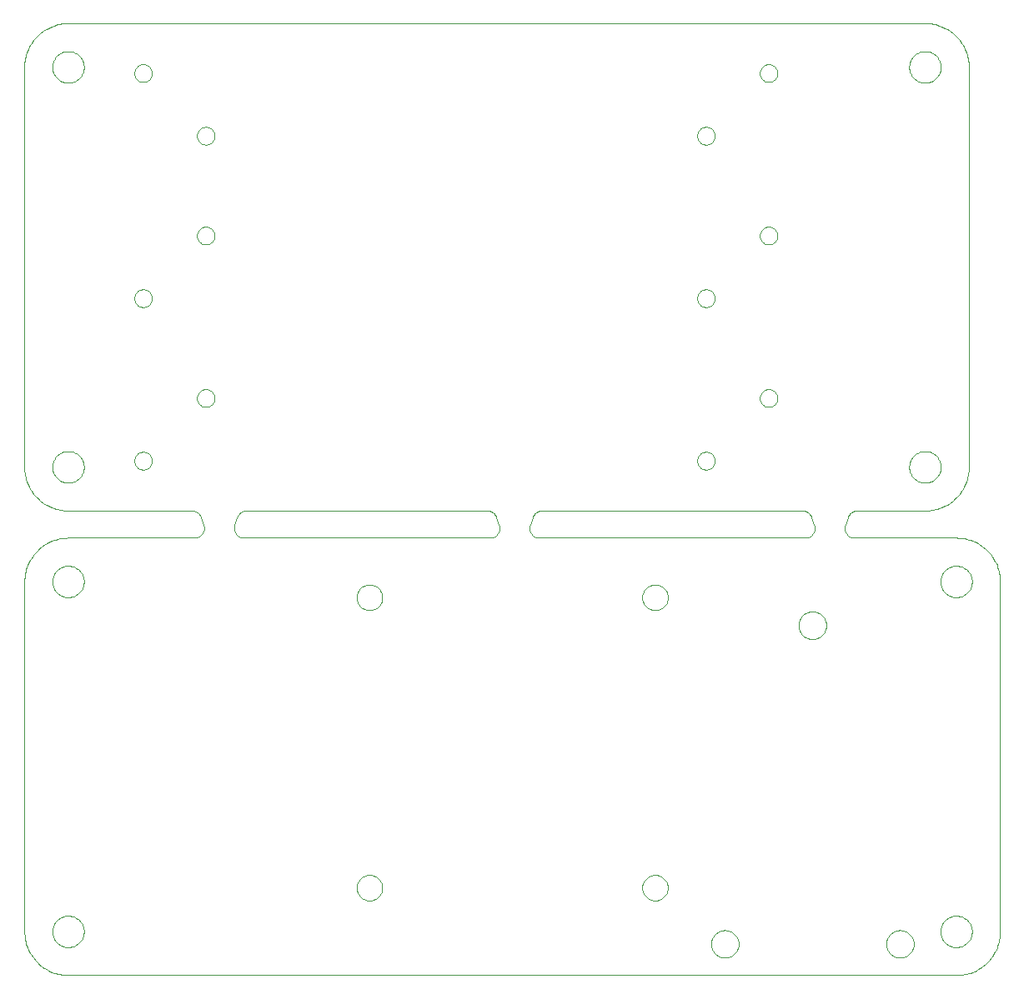
<source format=gko>
%MOIN*%
%OFA0B0*%
%FSLAX44Y44*%
%IPPOS*%
%LPD*%
%ADD10C,0*%
D10*
X00001213Y00036285D02*
X00001213Y00036285D01*
X00001214Y00036336D01*
X00001219Y00036385D01*
X00001228Y00036435D01*
X00001241Y00036483D01*
X00001257Y00036530D01*
X00001278Y00036576D01*
X00001302Y00036620D01*
X00001329Y00036662D01*
X00001359Y00036702D01*
X00001393Y00036739D01*
X00001430Y00036773D01*
X00001469Y00036805D01*
X00001510Y00036833D01*
X00001554Y00036858D01*
X00001599Y00036879D01*
X00001646Y00036896D01*
X00001694Y00036910D01*
X00001743Y00036920D01*
X00001793Y00036926D01*
X00001843Y00036928D01*
X00001893Y00036926D01*
X00001943Y00036920D01*
X00001992Y00036910D01*
X00002040Y00036896D01*
X00002087Y00036879D01*
X00002132Y00036858D01*
X00002176Y00036833D01*
X00002217Y00036805D01*
X00002256Y00036773D01*
X00002293Y00036739D01*
X00002327Y00036702D01*
X00002357Y00036662D01*
X00002384Y00036620D01*
X00002408Y00036576D01*
X00002429Y00036530D01*
X00002445Y00036483D01*
X00002458Y00036435D01*
X00002467Y00036385D01*
X00002472Y00036336D01*
X00002473Y00036285D01*
X00002470Y00036235D01*
X00002463Y00036186D01*
X00002452Y00036137D01*
X00002437Y00036089D01*
X00002419Y00036043D01*
X00002397Y00035998D01*
X00002371Y00035955D01*
X00002342Y00035914D01*
X00002310Y00035875D01*
X00002275Y00035839D01*
X00002237Y00035807D01*
X00002197Y00035777D01*
X00002154Y00035750D01*
X00002110Y00035727D01*
X00002064Y00035708D01*
X00002016Y00035692D01*
X00001967Y00035680D01*
X00001918Y00035672D01*
X00001868Y00035668D01*
X00001818Y00035668D01*
X00001768Y00035672D01*
X00001719Y00035680D01*
X00001670Y00035692D01*
X00001622Y00035708D01*
X00001576Y00035727D01*
X00001532Y00035750D01*
X00001489Y00035777D01*
X00001449Y00035807D01*
X00001411Y00035839D01*
X00001376Y00035875D01*
X00001344Y00035914D01*
X00001315Y00035955D01*
X00001289Y00035998D01*
X00001267Y00036043D01*
X00001249Y00036089D01*
X00001234Y00036137D01*
X00001223Y00036186D01*
X00001216Y00036235D01*
X00001213Y00036285D01*
X00001213Y00020285D02*
X00001213Y00020285D01*
X00001214Y00020336D01*
X00001219Y00020385D01*
X00001228Y00020435D01*
X00001241Y00020483D01*
X00001257Y00020530D01*
X00001278Y00020576D01*
X00001302Y00020620D01*
X00001329Y00020662D01*
X00001359Y00020702D01*
X00001393Y00020739D01*
X00001430Y00020773D01*
X00001469Y00020805D01*
X00001510Y00020833D01*
X00001554Y00020858D01*
X00001599Y00020879D01*
X00001646Y00020896D01*
X00001694Y00020910D01*
X00001743Y00020920D01*
X00001793Y00020926D01*
X00001843Y00020928D01*
X00001893Y00020926D01*
X00001943Y00020920D01*
X00001992Y00020910D01*
X00002040Y00020896D01*
X00002087Y00020879D01*
X00002132Y00020858D01*
X00002176Y00020833D01*
X00002217Y00020805D01*
X00002256Y00020773D01*
X00002293Y00020739D01*
X00002327Y00020702D01*
X00002357Y00020662D01*
X00002384Y00020620D01*
X00002408Y00020576D01*
X00002429Y00020530D01*
X00002445Y00020483D01*
X00002458Y00020435D01*
X00002467Y00020385D01*
X00002472Y00020336D01*
X00002473Y00020285D01*
X00002470Y00020235D01*
X00002463Y00020186D01*
X00002452Y00020137D01*
X00002437Y00020089D01*
X00002419Y00020043D01*
X00002397Y00019998D01*
X00002371Y00019955D01*
X00002342Y00019914D01*
X00002310Y00019875D01*
X00002275Y00019839D01*
X00002237Y00019807D01*
X00002197Y00019777D01*
X00002154Y00019750D01*
X00002110Y00019727D01*
X00002064Y00019708D01*
X00002016Y00019692D01*
X00001967Y00019680D01*
X00001918Y00019672D01*
X00001868Y00019668D01*
X00001818Y00019668D01*
X00001768Y00019672D01*
X00001719Y00019680D01*
X00001670Y00019692D01*
X00001622Y00019708D01*
X00001576Y00019727D01*
X00001532Y00019750D01*
X00001489Y00019777D01*
X00001449Y00019807D01*
X00001411Y00019839D01*
X00001376Y00019875D01*
X00001344Y00019914D01*
X00001315Y00019955D01*
X00001289Y00019998D01*
X00001267Y00020043D01*
X00001249Y00020089D01*
X00001234Y00020137D01*
X00001223Y00020186D01*
X00001216Y00020235D01*
X00001213Y00020285D01*
X00004486Y00020546D02*
X00004486Y00020546D01*
X00004488Y00020583D01*
X00004494Y00020620D01*
X00004503Y00020656D01*
X00004517Y00020690D01*
X00004534Y00020723D01*
X00004554Y00020755D01*
X00004577Y00020784D01*
X00004603Y00020810D01*
X00004632Y00020833D01*
X00004663Y00020853D01*
X00004697Y00020870D01*
X00004731Y00020884D01*
X00004767Y00020893D01*
X00004804Y00020899D01*
X00004841Y00020901D01*
X00004878Y00020899D01*
X00004915Y00020893D01*
X00004951Y00020884D01*
X00004985Y00020870D01*
X00005018Y00020853D01*
X00005050Y00020833D01*
X00005079Y00020810D01*
X00005105Y00020784D01*
X00005128Y00020755D01*
X00005148Y00020724D01*
X00005165Y00020690D01*
X00005179Y00020656D01*
X00005188Y00020620D01*
X00005194Y00020583D01*
X00005196Y00020546D01*
X00005194Y00020509D01*
X00005188Y00020472D01*
X00005179Y00020436D01*
X00005165Y00020402D01*
X00005148Y00020369D01*
X00005128Y00020337D01*
X00005105Y00020308D01*
X00005079Y00020282D01*
X00005050Y00020259D01*
X00005019Y00020239D01*
X00004985Y00020222D01*
X00004951Y00020208D01*
X00004915Y00020199D01*
X00004878Y00020193D01*
X00004841Y00020191D01*
X00004804Y00020193D01*
X00004767Y00020199D01*
X00004731Y00020208D01*
X00004697Y00020222D01*
X00004664Y00020239D01*
X00004632Y00020259D01*
X00004603Y00020282D01*
X00004577Y00020308D01*
X00004554Y00020337D01*
X00004534Y00020368D01*
X00004517Y00020402D01*
X00004503Y00020436D01*
X00004494Y00020472D01*
X00004488Y00020509D01*
X00004486Y00020546D01*
X00004486Y00027046D02*
X00004486Y00027046D01*
X00004488Y00027083D01*
X00004494Y00027120D01*
X00004503Y00027156D01*
X00004517Y00027190D01*
X00004534Y00027223D01*
X00004554Y00027255D01*
X00004577Y00027284D01*
X00004603Y00027310D01*
X00004632Y00027333D01*
X00004663Y00027353D01*
X00004697Y00027370D01*
X00004731Y00027384D01*
X00004767Y00027393D01*
X00004804Y00027399D01*
X00004841Y00027401D01*
X00004878Y00027399D01*
X00004915Y00027393D01*
X00004951Y00027384D01*
X00004985Y00027370D01*
X00005018Y00027353D01*
X00005050Y00027333D01*
X00005079Y00027310D01*
X00005105Y00027284D01*
X00005128Y00027255D01*
X00005148Y00027224D01*
X00005165Y00027190D01*
X00005179Y00027156D01*
X00005188Y00027120D01*
X00005194Y00027083D01*
X00005196Y00027046D01*
X00005194Y00027009D01*
X00005188Y00026972D01*
X00005179Y00026936D01*
X00005165Y00026902D01*
X00005148Y00026869D01*
X00005128Y00026837D01*
X00005105Y00026808D01*
X00005079Y00026782D01*
X00005050Y00026759D01*
X00005019Y00026739D01*
X00004985Y00026722D01*
X00004951Y00026708D01*
X00004915Y00026699D01*
X00004878Y00026693D01*
X00004841Y00026691D01*
X00004804Y00026693D01*
X00004767Y00026699D01*
X00004731Y00026708D01*
X00004697Y00026722D01*
X00004664Y00026739D01*
X00004632Y00026759D01*
X00004603Y00026782D01*
X00004577Y00026808D01*
X00004554Y00026837D01*
X00004534Y00026868D01*
X00004517Y00026902D01*
X00004503Y00026936D01*
X00004494Y00026972D01*
X00004488Y00027009D01*
X00004486Y00027046D01*
X00004486Y00036050D02*
X00004486Y00036050D01*
X00004488Y00036087D01*
X00004494Y00036124D01*
X00004503Y00036160D01*
X00004517Y00036194D01*
X00004534Y00036227D01*
X00004554Y00036259D01*
X00004577Y00036288D01*
X00004603Y00036314D01*
X00004632Y00036337D01*
X00004663Y00036357D01*
X00004697Y00036374D01*
X00004731Y00036388D01*
X00004767Y00036397D01*
X00004804Y00036403D01*
X00004841Y00036405D01*
X00004878Y00036403D01*
X00004915Y00036397D01*
X00004951Y00036388D01*
X00004985Y00036374D01*
X00005018Y00036357D01*
X00005050Y00036337D01*
X00005079Y00036314D01*
X00005105Y00036288D01*
X00005128Y00036259D01*
X00005148Y00036228D01*
X00005165Y00036194D01*
X00005179Y00036160D01*
X00005188Y00036124D01*
X00005194Y00036087D01*
X00005196Y00036050D01*
X00005194Y00036013D01*
X00005188Y00035976D01*
X00005179Y00035940D01*
X00005165Y00035906D01*
X00005148Y00035873D01*
X00005128Y00035841D01*
X00005105Y00035812D01*
X00005079Y00035786D01*
X00005050Y00035763D01*
X00005019Y00035743D01*
X00004985Y00035726D01*
X00004951Y00035712D01*
X00004915Y00035703D01*
X00004878Y00035697D01*
X00004841Y00035695D01*
X00004804Y00035697D01*
X00004767Y00035703D01*
X00004731Y00035712D01*
X00004697Y00035726D01*
X00004664Y00035743D01*
X00004632Y00035763D01*
X00004603Y00035786D01*
X00004577Y00035812D01*
X00004554Y00035841D01*
X00004534Y00035872D01*
X00004517Y00035906D01*
X00004503Y00035940D01*
X00004494Y00035976D01*
X00004488Y00036013D01*
X00004486Y00036050D01*
X00006989Y00023050D02*
X00006989Y00023050D01*
X00006991Y00023087D01*
X00006997Y00023124D01*
X00007006Y00023160D01*
X00007020Y00023194D01*
X00007037Y00023227D01*
X00007057Y00023259D01*
X00007080Y00023288D01*
X00007106Y00023314D01*
X00007135Y00023337D01*
X00007166Y00023357D01*
X00007200Y00023374D01*
X00007234Y00023388D01*
X00007270Y00023397D01*
X00007307Y00023403D01*
X00007344Y00023405D01*
X00007381Y00023403D01*
X00007418Y00023397D01*
X00007454Y00023388D01*
X00007488Y00023374D01*
X00007521Y00023357D01*
X00007553Y00023337D01*
X00007582Y00023314D01*
X00007608Y00023288D01*
X00007631Y00023259D01*
X00007651Y00023228D01*
X00007668Y00023194D01*
X00007682Y00023160D01*
X00007691Y00023124D01*
X00007697Y00023087D01*
X00007699Y00023050D01*
X00007697Y00023013D01*
X00007691Y00022976D01*
X00007682Y00022940D01*
X00007668Y00022906D01*
X00007651Y00022873D01*
X00007631Y00022841D01*
X00007608Y00022812D01*
X00007582Y00022786D01*
X00007553Y00022763D01*
X00007522Y00022743D01*
X00007488Y00022726D01*
X00007454Y00022712D01*
X00007418Y00022703D01*
X00007381Y00022697D01*
X00007344Y00022695D01*
X00007307Y00022697D01*
X00007270Y00022703D01*
X00007234Y00022712D01*
X00007200Y00022726D01*
X00007167Y00022743D01*
X00007135Y00022763D01*
X00007106Y00022786D01*
X00007080Y00022812D01*
X00007057Y00022841D01*
X00007037Y00022872D01*
X00007020Y00022906D01*
X00007006Y00022940D01*
X00006997Y00022976D01*
X00006991Y00023013D01*
X00006989Y00023050D01*
X00006989Y00029550D02*
X00006989Y00029550D01*
X00006991Y00029587D01*
X00006997Y00029624D01*
X00007006Y00029660D01*
X00007020Y00029694D01*
X00007037Y00029727D01*
X00007057Y00029759D01*
X00007080Y00029788D01*
X00007106Y00029814D01*
X00007135Y00029837D01*
X00007166Y00029857D01*
X00007200Y00029874D01*
X00007234Y00029888D01*
X00007270Y00029897D01*
X00007307Y00029903D01*
X00007344Y00029905D01*
X00007381Y00029903D01*
X00007418Y00029897D01*
X00007454Y00029888D01*
X00007488Y00029874D01*
X00007521Y00029857D01*
X00007553Y00029837D01*
X00007582Y00029814D01*
X00007608Y00029788D01*
X00007631Y00029759D01*
X00007651Y00029728D01*
X00007668Y00029694D01*
X00007682Y00029660D01*
X00007691Y00029624D01*
X00007697Y00029587D01*
X00007699Y00029550D01*
X00007697Y00029513D01*
X00007691Y00029476D01*
X00007682Y00029440D01*
X00007668Y00029406D01*
X00007651Y00029373D01*
X00007631Y00029341D01*
X00007608Y00029312D01*
X00007582Y00029286D01*
X00007553Y00029263D01*
X00007522Y00029243D01*
X00007488Y00029226D01*
X00007454Y00029212D01*
X00007418Y00029203D01*
X00007381Y00029197D01*
X00007344Y00029195D01*
X00007307Y00029197D01*
X00007270Y00029203D01*
X00007234Y00029212D01*
X00007200Y00029226D01*
X00007167Y00029243D01*
X00007135Y00029263D01*
X00007106Y00029286D01*
X00007080Y00029312D01*
X00007057Y00029341D01*
X00007037Y00029372D01*
X00007020Y00029406D01*
X00007006Y00029440D01*
X00006997Y00029476D01*
X00006991Y00029513D01*
X00006989Y00029550D01*
X00006989Y00033546D02*
X00006989Y00033546D01*
X00006991Y00033583D01*
X00006997Y00033620D01*
X00007006Y00033656D01*
X00007020Y00033690D01*
X00007037Y00033723D01*
X00007057Y00033755D01*
X00007080Y00033784D01*
X00007106Y00033810D01*
X00007135Y00033833D01*
X00007166Y00033853D01*
X00007200Y00033870D01*
X00007234Y00033884D01*
X00007270Y00033893D01*
X00007307Y00033899D01*
X00007344Y00033901D01*
X00007381Y00033899D01*
X00007418Y00033893D01*
X00007454Y00033884D01*
X00007488Y00033870D01*
X00007521Y00033853D01*
X00007553Y00033833D01*
X00007582Y00033810D01*
X00007608Y00033784D01*
X00007631Y00033755D01*
X00007651Y00033724D01*
X00007668Y00033690D01*
X00007682Y00033656D01*
X00007691Y00033620D01*
X00007697Y00033583D01*
X00007699Y00033546D01*
X00007697Y00033509D01*
X00007691Y00033472D01*
X00007682Y00033436D01*
X00007668Y00033402D01*
X00007651Y00033369D01*
X00007631Y00033337D01*
X00007608Y00033308D01*
X00007582Y00033282D01*
X00007553Y00033259D01*
X00007522Y00033239D01*
X00007488Y00033222D01*
X00007454Y00033208D01*
X00007418Y00033199D01*
X00007381Y00033193D01*
X00007344Y00033191D01*
X00007307Y00033193D01*
X00007270Y00033199D01*
X00007234Y00033208D01*
X00007200Y00033222D01*
X00007167Y00033239D01*
X00007135Y00033259D01*
X00007106Y00033282D01*
X00007080Y00033308D01*
X00007057Y00033337D01*
X00007037Y00033368D01*
X00007020Y00033402D01*
X00007006Y00033436D01*
X00006997Y00033472D01*
X00006991Y00033509D01*
X00006989Y00033546D01*
X00026986Y00033546D02*
X00026986Y00033546D01*
X00026988Y00033583D01*
X00026994Y00033620D01*
X00027003Y00033656D01*
X00027017Y00033690D01*
X00027034Y00033723D01*
X00027054Y00033755D01*
X00027077Y00033784D01*
X00027103Y00033810D01*
X00027132Y00033833D01*
X00027163Y00033853D01*
X00027197Y00033870D01*
X00027231Y00033884D01*
X00027267Y00033893D01*
X00027304Y00033899D01*
X00027341Y00033901D01*
X00027378Y00033899D01*
X00027415Y00033893D01*
X00027451Y00033884D01*
X00027485Y00033870D01*
X00027518Y00033853D01*
X00027550Y00033833D01*
X00027579Y00033810D01*
X00027605Y00033784D01*
X00027628Y00033755D01*
X00027648Y00033724D01*
X00027665Y00033690D01*
X00027679Y00033656D01*
X00027688Y00033620D01*
X00027694Y00033583D01*
X00027696Y00033546D01*
X00027694Y00033509D01*
X00027688Y00033472D01*
X00027679Y00033436D01*
X00027665Y00033402D01*
X00027648Y00033369D01*
X00027628Y00033337D01*
X00027605Y00033308D01*
X00027579Y00033282D01*
X00027550Y00033259D01*
X00027519Y00033239D01*
X00027485Y00033222D01*
X00027451Y00033208D01*
X00027415Y00033199D01*
X00027378Y00033193D01*
X00027341Y00033191D01*
X00027304Y00033193D01*
X00027267Y00033199D01*
X00027231Y00033208D01*
X00027197Y00033222D01*
X00027164Y00033239D01*
X00027132Y00033259D01*
X00027103Y00033282D01*
X00027077Y00033308D01*
X00027054Y00033337D01*
X00027034Y00033368D01*
X00027017Y00033402D01*
X00027003Y00033436D01*
X00026994Y00033472D01*
X00026988Y00033509D01*
X00026986Y00033546D01*
X00026986Y00027046D02*
X00026986Y00027046D01*
X00026988Y00027083D01*
X00026994Y00027120D01*
X00027003Y00027156D01*
X00027017Y00027190D01*
X00027034Y00027223D01*
X00027054Y00027255D01*
X00027077Y00027284D01*
X00027103Y00027310D01*
X00027132Y00027333D01*
X00027163Y00027353D01*
X00027197Y00027370D01*
X00027231Y00027384D01*
X00027267Y00027393D01*
X00027304Y00027399D01*
X00027341Y00027401D01*
X00027378Y00027399D01*
X00027415Y00027393D01*
X00027451Y00027384D01*
X00027485Y00027370D01*
X00027518Y00027353D01*
X00027550Y00027333D01*
X00027579Y00027310D01*
X00027605Y00027284D01*
X00027628Y00027255D01*
X00027648Y00027224D01*
X00027665Y00027190D01*
X00027679Y00027156D01*
X00027688Y00027120D01*
X00027694Y00027083D01*
X00027696Y00027046D01*
X00027694Y00027009D01*
X00027688Y00026972D01*
X00027679Y00026936D01*
X00027665Y00026902D01*
X00027648Y00026869D01*
X00027628Y00026837D01*
X00027605Y00026808D01*
X00027579Y00026782D01*
X00027550Y00026759D01*
X00027519Y00026739D01*
X00027485Y00026722D01*
X00027451Y00026708D01*
X00027415Y00026699D01*
X00027378Y00026693D01*
X00027341Y00026691D01*
X00027304Y00026693D01*
X00027267Y00026699D01*
X00027231Y00026708D01*
X00027197Y00026722D01*
X00027164Y00026739D01*
X00027132Y00026759D01*
X00027103Y00026782D01*
X00027077Y00026808D01*
X00027054Y00026837D01*
X00027034Y00026868D01*
X00027017Y00026902D01*
X00027003Y00026936D01*
X00026994Y00026972D01*
X00026988Y00027009D01*
X00026986Y00027046D01*
X00026986Y00020546D02*
X00026986Y00020546D01*
X00026988Y00020583D01*
X00026994Y00020620D01*
X00027003Y00020656D01*
X00027017Y00020690D01*
X00027034Y00020723D01*
X00027054Y00020755D01*
X00027077Y00020784D01*
X00027103Y00020810D01*
X00027132Y00020833D01*
X00027163Y00020853D01*
X00027197Y00020870D01*
X00027231Y00020884D01*
X00027267Y00020893D01*
X00027304Y00020899D01*
X00027341Y00020901D01*
X00027378Y00020899D01*
X00027415Y00020893D01*
X00027451Y00020884D01*
X00027485Y00020870D01*
X00027518Y00020853D01*
X00027550Y00020833D01*
X00027579Y00020810D01*
X00027605Y00020784D01*
X00027628Y00020755D01*
X00027648Y00020724D01*
X00027665Y00020690D01*
X00027679Y00020656D01*
X00027688Y00020620D01*
X00027694Y00020583D01*
X00027696Y00020546D01*
X00027694Y00020509D01*
X00027688Y00020472D01*
X00027679Y00020436D01*
X00027665Y00020402D01*
X00027648Y00020369D01*
X00027628Y00020337D01*
X00027605Y00020308D01*
X00027579Y00020282D01*
X00027550Y00020259D01*
X00027519Y00020239D01*
X00027485Y00020222D01*
X00027451Y00020208D01*
X00027415Y00020199D01*
X00027378Y00020193D01*
X00027341Y00020191D01*
X00027304Y00020193D01*
X00027267Y00020199D01*
X00027231Y00020208D01*
X00027197Y00020222D01*
X00027164Y00020239D01*
X00027132Y00020259D01*
X00027103Y00020282D01*
X00027077Y00020308D01*
X00027054Y00020337D01*
X00027034Y00020368D01*
X00027017Y00020402D01*
X00027003Y00020436D01*
X00026994Y00020472D01*
X00026988Y00020509D01*
X00026986Y00020546D01*
X00029489Y00036050D02*
X00029489Y00036050D01*
X00029491Y00036087D01*
X00029497Y00036124D01*
X00029506Y00036160D01*
X00029520Y00036194D01*
X00029537Y00036227D01*
X00029557Y00036259D01*
X00029580Y00036288D01*
X00029606Y00036314D01*
X00029635Y00036337D01*
X00029666Y00036357D01*
X00029700Y00036374D01*
X00029734Y00036388D01*
X00029770Y00036397D01*
X00029807Y00036403D01*
X00029844Y00036405D01*
X00029881Y00036403D01*
X00029918Y00036397D01*
X00029954Y00036388D01*
X00029988Y00036374D01*
X00030021Y00036357D01*
X00030053Y00036337D01*
X00030082Y00036314D01*
X00030108Y00036288D01*
X00030131Y00036259D01*
X00030151Y00036228D01*
X00030168Y00036194D01*
X00030182Y00036160D01*
X00030191Y00036124D01*
X00030197Y00036087D01*
X00030199Y00036050D01*
X00030197Y00036013D01*
X00030191Y00035976D01*
X00030182Y00035940D01*
X00030168Y00035906D01*
X00030151Y00035873D01*
X00030131Y00035841D01*
X00030108Y00035812D01*
X00030082Y00035786D01*
X00030053Y00035763D01*
X00030022Y00035743D01*
X00029988Y00035726D01*
X00029954Y00035712D01*
X00029918Y00035703D01*
X00029881Y00035697D01*
X00029844Y00035695D01*
X00029807Y00035697D01*
X00029770Y00035703D01*
X00029734Y00035712D01*
X00029700Y00035726D01*
X00029667Y00035743D01*
X00029635Y00035763D01*
X00029606Y00035786D01*
X00029580Y00035812D01*
X00029557Y00035841D01*
X00029537Y00035872D01*
X00029520Y00035906D01*
X00029506Y00035940D01*
X00029497Y00035976D01*
X00029491Y00036013D01*
X00029489Y00036050D01*
X00029489Y00029550D02*
X00029489Y00029550D01*
X00029491Y00029587D01*
X00029497Y00029624D01*
X00029506Y00029660D01*
X00029520Y00029694D01*
X00029537Y00029727D01*
X00029557Y00029759D01*
X00029580Y00029788D01*
X00029606Y00029814D01*
X00029635Y00029837D01*
X00029666Y00029857D01*
X00029700Y00029874D01*
X00029734Y00029888D01*
X00029770Y00029897D01*
X00029807Y00029903D01*
X00029844Y00029905D01*
X00029881Y00029903D01*
X00029918Y00029897D01*
X00029954Y00029888D01*
X00029988Y00029874D01*
X00030021Y00029857D01*
X00030053Y00029837D01*
X00030082Y00029814D01*
X00030108Y00029788D01*
X00030131Y00029759D01*
X00030151Y00029728D01*
X00030168Y00029694D01*
X00030182Y00029660D01*
X00030191Y00029624D01*
X00030197Y00029587D01*
X00030199Y00029550D01*
X00030197Y00029513D01*
X00030191Y00029476D01*
X00030182Y00029440D01*
X00030168Y00029406D01*
X00030151Y00029373D01*
X00030131Y00029341D01*
X00030108Y00029312D01*
X00030082Y00029286D01*
X00030053Y00029263D01*
X00030022Y00029243D01*
X00029988Y00029226D01*
X00029954Y00029212D01*
X00029918Y00029203D01*
X00029881Y00029197D01*
X00029844Y00029195D01*
X00029807Y00029197D01*
X00029770Y00029203D01*
X00029734Y00029212D01*
X00029700Y00029226D01*
X00029667Y00029243D01*
X00029635Y00029263D01*
X00029606Y00029286D01*
X00029580Y00029312D01*
X00029557Y00029341D01*
X00029537Y00029372D01*
X00029520Y00029406D01*
X00029506Y00029440D01*
X00029497Y00029476D01*
X00029491Y00029513D01*
X00029489Y00029550D01*
X00029489Y00023050D02*
X00029489Y00023050D01*
X00029491Y00023087D01*
X00029497Y00023124D01*
X00029506Y00023160D01*
X00029520Y00023194D01*
X00029537Y00023227D01*
X00029557Y00023259D01*
X00029580Y00023288D01*
X00029606Y00023314D01*
X00029635Y00023337D01*
X00029666Y00023357D01*
X00029700Y00023374D01*
X00029734Y00023388D01*
X00029770Y00023397D01*
X00029807Y00023403D01*
X00029844Y00023405D01*
X00029881Y00023403D01*
X00029918Y00023397D01*
X00029954Y00023388D01*
X00029988Y00023374D01*
X00030021Y00023357D01*
X00030053Y00023337D01*
X00030082Y00023314D01*
X00030108Y00023288D01*
X00030131Y00023259D01*
X00030151Y00023228D01*
X00030168Y00023194D01*
X00030182Y00023160D01*
X00030191Y00023124D01*
X00030197Y00023087D01*
X00030199Y00023050D01*
X00030197Y00023013D01*
X00030191Y00022976D01*
X00030182Y00022940D01*
X00030168Y00022906D01*
X00030151Y00022873D01*
X00030131Y00022841D01*
X00030108Y00022812D01*
X00030082Y00022786D01*
X00030053Y00022763D01*
X00030022Y00022743D01*
X00029988Y00022726D01*
X00029954Y00022712D01*
X00029918Y00022703D01*
X00029881Y00022697D01*
X00029844Y00022695D01*
X00029807Y00022697D01*
X00029770Y00022703D01*
X00029734Y00022712D01*
X00029700Y00022726D01*
X00029667Y00022743D01*
X00029635Y00022763D01*
X00029606Y00022786D01*
X00029580Y00022812D01*
X00029557Y00022841D01*
X00029537Y00022872D01*
X00029520Y00022906D01*
X00029506Y00022940D01*
X00029497Y00022976D01*
X00029491Y00023013D01*
X00029489Y00023050D01*
X00035463Y00020285D02*
X00035463Y00020285D01*
X00035464Y00020336D01*
X00035469Y00020385D01*
X00035478Y00020435D01*
X00035491Y00020483D01*
X00035507Y00020530D01*
X00035528Y00020576D01*
X00035552Y00020620D01*
X00035579Y00020662D01*
X00035609Y00020702D01*
X00035643Y00020739D01*
X00035680Y00020773D01*
X00035719Y00020805D01*
X00035760Y00020833D01*
X00035804Y00020858D01*
X00035849Y00020879D01*
X00035896Y00020896D01*
X00035944Y00020910D01*
X00035993Y00020920D01*
X00036043Y00020926D01*
X00036093Y00020928D01*
X00036143Y00020926D01*
X00036193Y00020920D01*
X00036242Y00020910D01*
X00036290Y00020896D01*
X00036337Y00020879D01*
X00036382Y00020858D01*
X00036426Y00020833D01*
X00036467Y00020805D01*
X00036506Y00020773D01*
X00036543Y00020739D01*
X00036577Y00020702D01*
X00036607Y00020662D01*
X00036634Y00020620D01*
X00036658Y00020576D01*
X00036679Y00020530D01*
X00036695Y00020483D01*
X00036708Y00020435D01*
X00036717Y00020385D01*
X00036722Y00020336D01*
X00036723Y00020285D01*
X00036720Y00020235D01*
X00036713Y00020186D01*
X00036702Y00020137D01*
X00036687Y00020089D01*
X00036669Y00020043D01*
X00036647Y00019998D01*
X00036621Y00019955D01*
X00036592Y00019914D01*
X00036560Y00019875D01*
X00036525Y00019839D01*
X00036487Y00019807D01*
X00036447Y00019777D01*
X00036404Y00019750D01*
X00036360Y00019727D01*
X00036314Y00019708D01*
X00036266Y00019692D01*
X00036217Y00019680D01*
X00036168Y00019672D01*
X00036118Y00019668D01*
X00036068Y00019668D01*
X00036018Y00019672D01*
X00035969Y00019680D01*
X00035920Y00019692D01*
X00035872Y00019708D01*
X00035826Y00019727D01*
X00035782Y00019750D01*
X00035739Y00019777D01*
X00035699Y00019807D01*
X00035661Y00019839D01*
X00035626Y00019875D01*
X00035594Y00019914D01*
X00035565Y00019955D01*
X00035539Y00019998D01*
X00035517Y00020043D01*
X00035499Y00020089D01*
X00035484Y00020137D01*
X00035473Y00020186D01*
X00035466Y00020235D01*
X00035463Y00020285D01*
X00035463Y00036285D02*
X00035463Y00036285D01*
X00035464Y00036336D01*
X00035469Y00036385D01*
X00035478Y00036435D01*
X00035491Y00036483D01*
X00035507Y00036530D01*
X00035528Y00036576D01*
X00035552Y00036620D01*
X00035579Y00036662D01*
X00035609Y00036702D01*
X00035643Y00036739D01*
X00035680Y00036773D01*
X00035719Y00036805D01*
X00035760Y00036833D01*
X00035804Y00036858D01*
X00035849Y00036879D01*
X00035896Y00036896D01*
X00035944Y00036910D01*
X00035993Y00036920D01*
X00036043Y00036926D01*
X00036093Y00036928D01*
X00036143Y00036926D01*
X00036193Y00036920D01*
X00036242Y00036910D01*
X00036290Y00036896D01*
X00036337Y00036879D01*
X00036382Y00036858D01*
X00036426Y00036833D01*
X00036467Y00036805D01*
X00036506Y00036773D01*
X00036543Y00036739D01*
X00036577Y00036702D01*
X00036607Y00036662D01*
X00036634Y00036620D01*
X00036658Y00036576D01*
X00036679Y00036530D01*
X00036695Y00036483D01*
X00036708Y00036435D01*
X00036717Y00036385D01*
X00036722Y00036336D01*
X00036723Y00036285D01*
X00036720Y00036235D01*
X00036713Y00036186D01*
X00036702Y00036137D01*
X00036687Y00036089D01*
X00036669Y00036043D01*
X00036647Y00035998D01*
X00036621Y00035955D01*
X00036592Y00035914D01*
X00036560Y00035875D01*
X00036525Y00035839D01*
X00036487Y00035807D01*
X00036447Y00035777D01*
X00036404Y00035750D01*
X00036360Y00035727D01*
X00036314Y00035708D01*
X00036266Y00035692D01*
X00036217Y00035680D01*
X00036168Y00035672D01*
X00036118Y00035668D01*
X00036068Y00035668D01*
X00036018Y00035672D01*
X00035969Y00035680D01*
X00035920Y00035692D01*
X00035872Y00035708D01*
X00035826Y00035727D01*
X00035782Y00035750D01*
X00035739Y00035777D01*
X00035699Y00035807D01*
X00035661Y00035839D01*
X00035626Y00035875D01*
X00035594Y00035914D01*
X00035565Y00035955D01*
X00035539Y00035998D01*
X00035517Y00036043D01*
X00035499Y00036089D01*
X00035484Y00036137D01*
X00035473Y00036186D01*
X00035466Y00036235D01*
X00035463Y00036285D01*
X00037332Y00016343D02*
X00037332Y00016343D01*
X00037383Y00016342D01*
X00037432Y00016337D01*
X00037482Y00016328D01*
X00037530Y00016315D01*
X00037577Y00016299D01*
X00037623Y00016278D01*
X00037667Y00016254D01*
X00037709Y00016227D01*
X00037749Y00016197D01*
X00037786Y00016163D01*
X00037820Y00016126D01*
X00037852Y00016087D01*
X00037880Y00016046D01*
X00037905Y00016002D01*
X00037926Y00015957D01*
X00037943Y00015910D01*
X00037957Y00015862D01*
X00037967Y00015813D01*
X00037973Y00015763D01*
X00037975Y00015713D01*
X00037973Y00015663D01*
X00037967Y00015613D01*
X00037957Y00015564D01*
X00037943Y00015516D01*
X00037926Y00015469D01*
X00037905Y00015424D01*
X00037880Y00015380D01*
X00037852Y00015339D01*
X00037820Y00015300D01*
X00037786Y00015263D01*
X00037749Y00015229D01*
X00037709Y00015199D01*
X00037667Y00015172D01*
X00037623Y00015148D01*
X00037577Y00015127D01*
X00037530Y00015111D01*
X00037482Y00015098D01*
X00037432Y00015089D01*
X00037383Y00015084D01*
X00037332Y00015083D01*
X00037282Y00015086D01*
X00037233Y00015093D01*
X00037184Y00015104D01*
X00037136Y00015119D01*
X00037090Y00015137D01*
X00037045Y00015159D01*
X00037002Y00015185D01*
X00036961Y00015214D01*
X00036922Y00015246D01*
X00036886Y00015281D01*
X00036854Y00015319D01*
X00036824Y00015359D01*
X00036797Y00015402D01*
X00036774Y00015446D01*
X00036755Y00015492D01*
X00036739Y00015540D01*
X00036727Y00015589D01*
X00036719Y00015638D01*
X00036715Y00015688D01*
X00036715Y00015738D01*
X00036719Y00015788D01*
X00036727Y00015837D01*
X00036739Y00015886D01*
X00036755Y00015934D01*
X00036774Y00015980D01*
X00036797Y00016024D01*
X00036824Y00016067D01*
X00036854Y00016107D01*
X00036886Y00016145D01*
X00036922Y00016180D01*
X00036961Y00016212D01*
X00037002Y00016241D01*
X00037045Y00016267D01*
X00037090Y00016289D01*
X00037136Y00016307D01*
X00037184Y00016322D01*
X00037233Y00016333D01*
X00037282Y00016340D01*
X00037332Y00016343D01*
X00001832Y00016343D02*
X00001832Y00016343D01*
X00001883Y00016342D01*
X00001932Y00016337D01*
X00001982Y00016328D01*
X00002030Y00016315D01*
X00002077Y00016299D01*
X00002123Y00016278D01*
X00002167Y00016254D01*
X00002209Y00016227D01*
X00002249Y00016197D01*
X00002286Y00016163D01*
X00002320Y00016126D01*
X00002352Y00016087D01*
X00002380Y00016046D01*
X00002405Y00016002D01*
X00002426Y00015957D01*
X00002443Y00015910D01*
X00002457Y00015862D01*
X00002467Y00015813D01*
X00002473Y00015763D01*
X00002475Y00015713D01*
X00002473Y00015663D01*
X00002467Y00015613D01*
X00002457Y00015564D01*
X00002443Y00015516D01*
X00002426Y00015469D01*
X00002405Y00015424D01*
X00002380Y00015380D01*
X00002352Y00015339D01*
X00002320Y00015300D01*
X00002286Y00015263D01*
X00002249Y00015229D01*
X00002209Y00015199D01*
X00002167Y00015172D01*
X00002123Y00015148D01*
X00002077Y00015127D01*
X00002030Y00015111D01*
X00001982Y00015098D01*
X00001932Y00015089D01*
X00001883Y00015084D01*
X00001832Y00015083D01*
X00001782Y00015086D01*
X00001733Y00015093D01*
X00001684Y00015104D01*
X00001636Y00015119D01*
X00001590Y00015137D01*
X00001545Y00015159D01*
X00001502Y00015185D01*
X00001461Y00015214D01*
X00001422Y00015246D01*
X00001386Y00015281D01*
X00001354Y00015319D01*
X00001324Y00015359D01*
X00001297Y00015402D01*
X00001274Y00015446D01*
X00001255Y00015492D01*
X00001239Y00015540D01*
X00001227Y00015589D01*
X00001219Y00015638D01*
X00001215Y00015688D01*
X00001215Y00015738D01*
X00001219Y00015788D01*
X00001227Y00015837D01*
X00001239Y00015886D01*
X00001255Y00015934D01*
X00001274Y00015980D01*
X00001297Y00016024D01*
X00001324Y00016067D01*
X00001354Y00016107D01*
X00001386Y00016145D01*
X00001422Y00016180D01*
X00001461Y00016212D01*
X00001502Y00016241D01*
X00001545Y00016267D01*
X00001590Y00016289D01*
X00001636Y00016307D01*
X00001684Y00016322D01*
X00001733Y00016333D01*
X00001782Y00016340D01*
X00001832Y00016343D01*
X00013887Y00015589D02*
X00013887Y00015589D01*
X00013932Y00015587D01*
X00013976Y00015581D01*
X00014020Y00015572D01*
X00014062Y00015558D01*
X00014103Y00015541D01*
X00014143Y00015520D01*
X00014181Y00015496D01*
X00014216Y00015469D01*
X00014249Y00015439D01*
X00014279Y00015406D01*
X00014306Y00015371D01*
X00014330Y00015333D01*
X00014351Y00015293D01*
X00014368Y00015252D01*
X00014382Y00015210D01*
X00014391Y00015166D01*
X00014397Y00015122D01*
X00014399Y00015077D01*
X00014397Y00015032D01*
X00014391Y00014988D01*
X00014382Y00014944D01*
X00014368Y00014902D01*
X00014351Y00014861D01*
X00014330Y00014821D01*
X00014306Y00014783D01*
X00014279Y00014748D01*
X00014249Y00014715D01*
X00014216Y00014685D01*
X00014181Y00014658D01*
X00014143Y00014634D01*
X00014103Y00014613D01*
X00014062Y00014596D01*
X00014020Y00014582D01*
X00013976Y00014573D01*
X00013932Y00014567D01*
X00013887Y00014565D01*
X00013842Y00014567D01*
X00013798Y00014573D01*
X00013754Y00014582D01*
X00013712Y00014596D01*
X00013671Y00014613D01*
X00013631Y00014634D01*
X00013593Y00014658D01*
X00013558Y00014685D01*
X00013525Y00014715D01*
X00013495Y00014748D01*
X00013468Y00014783D01*
X00013444Y00014821D01*
X00013423Y00014861D01*
X00013406Y00014902D01*
X00013392Y00014944D01*
X00013383Y00014988D01*
X00013377Y00015032D01*
X00013375Y00015077D01*
X00013377Y00015122D01*
X00013383Y00015166D01*
X00013392Y00015210D01*
X00013406Y00015252D01*
X00013423Y00015293D01*
X00013444Y00015333D01*
X00013468Y00015371D01*
X00013495Y00015406D01*
X00013525Y00015439D01*
X00013558Y00015469D01*
X00013593Y00015496D01*
X00013631Y00015520D01*
X00013671Y00015541D01*
X00013712Y00015558D01*
X00013754Y00015572D01*
X00013798Y00015581D01*
X00013842Y00015587D01*
X00013887Y00015589D01*
X00025304Y00015589D02*
X00025304Y00015589D01*
X00025349Y00015587D01*
X00025393Y00015581D01*
X00025437Y00015572D01*
X00025479Y00015558D01*
X00025520Y00015541D01*
X00025560Y00015520D01*
X00025598Y00015496D01*
X00025633Y00015469D01*
X00025666Y00015439D01*
X00025696Y00015406D01*
X00025723Y00015371D01*
X00025747Y00015333D01*
X00025768Y00015293D01*
X00025785Y00015252D01*
X00025799Y00015210D01*
X00025808Y00015166D01*
X00025814Y00015122D01*
X00025816Y00015077D01*
X00025814Y00015032D01*
X00025808Y00014988D01*
X00025799Y00014944D01*
X00025785Y00014902D01*
X00025768Y00014861D01*
X00025747Y00014821D01*
X00025723Y00014783D01*
X00025696Y00014748D01*
X00025666Y00014715D01*
X00025633Y00014685D01*
X00025598Y00014658D01*
X00025560Y00014634D01*
X00025520Y00014613D01*
X00025479Y00014596D01*
X00025437Y00014582D01*
X00025393Y00014573D01*
X00025349Y00014567D01*
X00025304Y00014565D01*
X00025259Y00014567D01*
X00025215Y00014573D01*
X00025171Y00014582D01*
X00025129Y00014596D01*
X00025088Y00014613D01*
X00025048Y00014634D01*
X00025010Y00014658D01*
X00024975Y00014685D01*
X00024942Y00014715D01*
X00024912Y00014748D01*
X00024885Y00014783D01*
X00024861Y00014821D01*
X00024840Y00014861D01*
X00024823Y00014902D01*
X00024809Y00014944D01*
X00024800Y00014988D01*
X00024794Y00015032D01*
X00024792Y00015077D01*
X00024794Y00015122D01*
X00024800Y00015166D01*
X00024809Y00015210D01*
X00024823Y00015252D01*
X00024840Y00015293D01*
X00024861Y00015333D01*
X00024885Y00015371D01*
X00024912Y00015406D01*
X00024942Y00015439D01*
X00024975Y00015469D01*
X00025010Y00015496D01*
X00025048Y00015520D01*
X00025088Y00015541D01*
X00025129Y00015558D01*
X00025171Y00015572D01*
X00025215Y00015581D01*
X00025259Y00015587D01*
X00025304Y00015589D01*
X00031618Y00014514D02*
X00031618Y00014514D01*
X00031665Y00014510D01*
X00031711Y00014502D01*
X00031756Y00014490D01*
X00031800Y00014474D01*
X00031843Y00014455D01*
X00031884Y00014432D01*
X00031923Y00014406D01*
X00031959Y00014377D01*
X00031993Y00014344D01*
X00032024Y00014309D01*
X00032052Y00014272D01*
X00032076Y00014232D01*
X00032097Y00014190D01*
X00032115Y00014147D01*
X00032128Y00014102D01*
X00032138Y00014056D01*
X00032144Y00014010D01*
X00032146Y00013963D01*
X00032144Y00013916D01*
X00032138Y00013870D01*
X00032128Y00013824D01*
X00032115Y00013779D01*
X00032097Y00013736D01*
X00032076Y00013694D01*
X00032052Y00013654D01*
X00032024Y00013617D01*
X00031993Y00013582D01*
X00031959Y00013549D01*
X00031923Y00013520D01*
X00031884Y00013494D01*
X00031843Y00013471D01*
X00031800Y00013452D01*
X00031756Y00013436D01*
X00031711Y00013424D01*
X00031665Y00013416D01*
X00031618Y00013412D01*
X00031572Y00013412D01*
X00031525Y00013416D01*
X00031479Y00013424D01*
X00031434Y00013436D01*
X00031390Y00013452D01*
X00031347Y00013471D01*
X00031306Y00013494D01*
X00031267Y00013520D01*
X00031231Y00013549D01*
X00031197Y00013582D01*
X00031166Y00013617D01*
X00031138Y00013654D01*
X00031114Y00013694D01*
X00031093Y00013736D01*
X00031075Y00013779D01*
X00031062Y00013824D01*
X00031052Y00013870D01*
X00031046Y00013916D01*
X00031044Y00013963D01*
X00031046Y00014010D01*
X00031052Y00014056D01*
X00031062Y00014102D01*
X00031075Y00014147D01*
X00031093Y00014190D01*
X00031114Y00014232D01*
X00031138Y00014272D01*
X00031166Y00014309D01*
X00031197Y00014344D01*
X00031231Y00014377D01*
X00031267Y00014406D01*
X00031306Y00014432D01*
X00031347Y00014455D01*
X00031390Y00014474D01*
X00031434Y00014490D01*
X00031479Y00014502D01*
X00031525Y00014510D01*
X00031572Y00014514D01*
X00031618Y00014514D01*
X00025304Y00003975D02*
X00025304Y00003975D01*
X00025349Y00003973D01*
X00025393Y00003967D01*
X00025437Y00003958D01*
X00025479Y00003944D01*
X00025520Y00003927D01*
X00025560Y00003906D01*
X00025598Y00003882D01*
X00025633Y00003855D01*
X00025666Y00003825D01*
X00025696Y00003792D01*
X00025723Y00003757D01*
X00025747Y00003719D01*
X00025768Y00003679D01*
X00025785Y00003638D01*
X00025799Y00003596D01*
X00025808Y00003552D01*
X00025814Y00003508D01*
X00025816Y00003463D01*
X00025814Y00003418D01*
X00025808Y00003374D01*
X00025799Y00003330D01*
X00025785Y00003288D01*
X00025768Y00003247D01*
X00025747Y00003207D01*
X00025723Y00003169D01*
X00025696Y00003134D01*
X00025666Y00003101D01*
X00025633Y00003071D01*
X00025598Y00003044D01*
X00025560Y00003020D01*
X00025520Y00002999D01*
X00025479Y00002982D01*
X00025437Y00002968D01*
X00025393Y00002959D01*
X00025349Y00002953D01*
X00025304Y00002951D01*
X00025259Y00002953D01*
X00025215Y00002959D01*
X00025171Y00002968D01*
X00025129Y00002982D01*
X00025088Y00002999D01*
X00025048Y00003020D01*
X00025010Y00003044D01*
X00024975Y00003071D01*
X00024942Y00003101D01*
X00024912Y00003134D01*
X00024885Y00003169D01*
X00024861Y00003207D01*
X00024840Y00003247D01*
X00024823Y00003288D01*
X00024809Y00003330D01*
X00024800Y00003374D01*
X00024794Y00003418D01*
X00024792Y00003463D01*
X00024794Y00003508D01*
X00024800Y00003552D01*
X00024809Y00003596D01*
X00024823Y00003638D01*
X00024840Y00003679D01*
X00024861Y00003719D01*
X00024885Y00003757D01*
X00024912Y00003792D01*
X00024942Y00003825D01*
X00024975Y00003855D01*
X00025010Y00003882D01*
X00025048Y00003906D01*
X00025088Y00003927D01*
X00025129Y00003944D01*
X00025171Y00003958D01*
X00025215Y00003967D01*
X00025259Y00003973D01*
X00025304Y00003975D01*
X00013887Y00003975D02*
X00013887Y00003975D01*
X00013932Y00003973D01*
X00013976Y00003967D01*
X00014020Y00003958D01*
X00014062Y00003944D01*
X00014103Y00003927D01*
X00014143Y00003906D01*
X00014181Y00003882D01*
X00014216Y00003855D01*
X00014249Y00003825D01*
X00014279Y00003792D01*
X00014306Y00003757D01*
X00014330Y00003719D01*
X00014351Y00003679D01*
X00014368Y00003638D01*
X00014382Y00003596D01*
X00014391Y00003552D01*
X00014397Y00003508D01*
X00014399Y00003463D01*
X00014397Y00003418D01*
X00014391Y00003374D01*
X00014382Y00003330D01*
X00014368Y00003288D01*
X00014351Y00003247D01*
X00014330Y00003207D01*
X00014306Y00003169D01*
X00014279Y00003134D01*
X00014249Y00003101D01*
X00014216Y00003071D01*
X00014181Y00003044D01*
X00014143Y00003020D01*
X00014103Y00002999D01*
X00014062Y00002982D01*
X00014020Y00002968D01*
X00013976Y00002959D01*
X00013932Y00002953D01*
X00013887Y00002951D01*
X00013842Y00002953D01*
X00013798Y00002959D01*
X00013754Y00002968D01*
X00013712Y00002982D01*
X00013671Y00002999D01*
X00013631Y00003020D01*
X00013593Y00003044D01*
X00013558Y00003071D01*
X00013525Y00003101D01*
X00013495Y00003134D01*
X00013468Y00003169D01*
X00013444Y00003207D01*
X00013423Y00003247D01*
X00013406Y00003288D01*
X00013392Y00003330D01*
X00013383Y00003374D01*
X00013377Y00003418D01*
X00013375Y00003463D01*
X00013377Y00003508D01*
X00013383Y00003552D01*
X00013392Y00003596D01*
X00013406Y00003638D01*
X00013423Y00003679D01*
X00013444Y00003719D01*
X00013468Y00003757D01*
X00013495Y00003792D01*
X00013525Y00003825D01*
X00013558Y00003855D01*
X00013593Y00003882D01*
X00013631Y00003906D01*
X00013671Y00003927D01*
X00013712Y00003944D01*
X00013754Y00003958D01*
X00013798Y00003967D01*
X00013842Y00003973D01*
X00013887Y00003975D01*
X00037332Y00002343D02*
X00037332Y00002343D01*
X00037383Y00002342D01*
X00037432Y00002337D01*
X00037482Y00002328D01*
X00037530Y00002315D01*
X00037577Y00002299D01*
X00037623Y00002278D01*
X00037667Y00002254D01*
X00037709Y00002227D01*
X00037749Y00002197D01*
X00037786Y00002163D01*
X00037820Y00002126D01*
X00037852Y00002087D01*
X00037880Y00002046D01*
X00037905Y00002002D01*
X00037926Y00001957D01*
X00037943Y00001910D01*
X00037957Y00001862D01*
X00037967Y00001813D01*
X00037973Y00001763D01*
X00037975Y00001713D01*
X00037973Y00001663D01*
X00037967Y00001613D01*
X00037957Y00001564D01*
X00037943Y00001516D01*
X00037926Y00001469D01*
X00037905Y00001424D01*
X00037880Y00001380D01*
X00037852Y00001339D01*
X00037820Y00001300D01*
X00037786Y00001263D01*
X00037749Y00001229D01*
X00037709Y00001199D01*
X00037667Y00001172D01*
X00037623Y00001148D01*
X00037577Y00001127D01*
X00037530Y00001111D01*
X00037482Y00001098D01*
X00037432Y00001089D01*
X00037383Y00001084D01*
X00037332Y00001083D01*
X00037282Y00001086D01*
X00037233Y00001093D01*
X00037184Y00001104D01*
X00037136Y00001119D01*
X00037090Y00001137D01*
X00037045Y00001159D01*
X00037002Y00001185D01*
X00036961Y00001214D01*
X00036922Y00001246D01*
X00036886Y00001281D01*
X00036854Y00001319D01*
X00036824Y00001359D01*
X00036797Y00001402D01*
X00036774Y00001446D01*
X00036755Y00001492D01*
X00036739Y00001540D01*
X00036727Y00001589D01*
X00036719Y00001638D01*
X00036715Y00001688D01*
X00036715Y00001738D01*
X00036719Y00001788D01*
X00036727Y00001837D01*
X00036739Y00001886D01*
X00036755Y00001934D01*
X00036774Y00001980D01*
X00036797Y00002024D01*
X00036824Y00002067D01*
X00036854Y00002107D01*
X00036886Y00002145D01*
X00036922Y00002180D01*
X00036961Y00002212D01*
X00037002Y00002241D01*
X00037045Y00002267D01*
X00037090Y00002289D01*
X00037136Y00002307D01*
X00037184Y00002322D01*
X00037233Y00002333D01*
X00037282Y00002340D01*
X00037332Y00002343D01*
X00001832Y00002343D02*
X00001832Y00002343D01*
X00001883Y00002342D01*
X00001932Y00002337D01*
X00001982Y00002328D01*
X00002030Y00002315D01*
X00002077Y00002299D01*
X00002123Y00002278D01*
X00002167Y00002254D01*
X00002209Y00002227D01*
X00002249Y00002197D01*
X00002286Y00002163D01*
X00002320Y00002126D01*
X00002352Y00002087D01*
X00002380Y00002046D01*
X00002405Y00002002D01*
X00002426Y00001957D01*
X00002443Y00001910D01*
X00002457Y00001862D01*
X00002467Y00001813D01*
X00002473Y00001763D01*
X00002475Y00001713D01*
X00002473Y00001663D01*
X00002467Y00001613D01*
X00002457Y00001564D01*
X00002443Y00001516D01*
X00002426Y00001469D01*
X00002405Y00001424D01*
X00002380Y00001380D01*
X00002352Y00001339D01*
X00002320Y00001300D01*
X00002286Y00001263D01*
X00002249Y00001229D01*
X00002209Y00001199D01*
X00002167Y00001172D01*
X00002123Y00001148D01*
X00002077Y00001127D01*
X00002030Y00001111D01*
X00001982Y00001098D01*
X00001932Y00001089D01*
X00001883Y00001084D01*
X00001832Y00001083D01*
X00001782Y00001086D01*
X00001733Y00001093D01*
X00001684Y00001104D01*
X00001636Y00001119D01*
X00001590Y00001137D01*
X00001545Y00001159D01*
X00001502Y00001185D01*
X00001461Y00001214D01*
X00001422Y00001246D01*
X00001386Y00001281D01*
X00001354Y00001319D01*
X00001324Y00001359D01*
X00001297Y00001402D01*
X00001274Y00001446D01*
X00001255Y00001492D01*
X00001239Y00001540D01*
X00001227Y00001589D01*
X00001219Y00001638D01*
X00001215Y00001688D01*
X00001215Y00001738D01*
X00001219Y00001788D01*
X00001227Y00001837D01*
X00001239Y00001886D01*
X00001255Y00001934D01*
X00001274Y00001980D01*
X00001297Y00002024D01*
X00001324Y00002067D01*
X00001354Y00002107D01*
X00001386Y00002145D01*
X00001422Y00002180D01*
X00001461Y00002212D01*
X00001502Y00002241D01*
X00001545Y00002267D01*
X00001590Y00002289D01*
X00001636Y00002307D01*
X00001684Y00002322D01*
X00001733Y00002333D01*
X00001782Y00002340D01*
X00001832Y00002343D01*
X00028118Y00001764D02*
X00028118Y00001764D01*
X00028165Y00001760D01*
X00028211Y00001752D01*
X00028256Y00001740D01*
X00028300Y00001724D01*
X00028343Y00001705D01*
X00028384Y00001682D01*
X00028423Y00001656D01*
X00028459Y00001627D01*
X00028493Y00001594D01*
X00028524Y00001559D01*
X00028552Y00001522D01*
X00028576Y00001482D01*
X00028597Y00001440D01*
X00028615Y00001397D01*
X00028628Y00001352D01*
X00028638Y00001306D01*
X00028644Y00001260D01*
X00028646Y00001213D01*
X00028644Y00001166D01*
X00028638Y00001120D01*
X00028628Y00001074D01*
X00028615Y00001029D01*
X00028597Y00000986D01*
X00028576Y00000944D01*
X00028552Y00000904D01*
X00028524Y00000867D01*
X00028493Y00000832D01*
X00028459Y00000799D01*
X00028423Y00000770D01*
X00028384Y00000744D01*
X00028343Y00000721D01*
X00028300Y00000702D01*
X00028256Y00000686D01*
X00028211Y00000674D01*
X00028165Y00000666D01*
X00028118Y00000662D01*
X00028072Y00000662D01*
X00028025Y00000666D01*
X00027979Y00000674D01*
X00027934Y00000686D01*
X00027890Y00000702D01*
X00027847Y00000721D01*
X00027806Y00000744D01*
X00027767Y00000770D01*
X00027731Y00000799D01*
X00027697Y00000832D01*
X00027666Y00000867D01*
X00027638Y00000904D01*
X00027614Y00000944D01*
X00027593Y00000986D01*
X00027575Y00001029D01*
X00027562Y00001074D01*
X00027552Y00001120D01*
X00027546Y00001166D01*
X00027544Y00001213D01*
X00027546Y00001260D01*
X00027552Y00001306D01*
X00027562Y00001352D01*
X00027575Y00001397D01*
X00027593Y00001440D01*
X00027614Y00001482D01*
X00027638Y00001522D01*
X00027666Y00001559D01*
X00027697Y00001594D01*
X00027731Y00001627D01*
X00027767Y00001656D01*
X00027806Y00001682D01*
X00027847Y00001705D01*
X00027890Y00001724D01*
X00027934Y00001740D01*
X00027979Y00001752D01*
X00028025Y00001760D01*
X00028072Y00001764D01*
X00028118Y00001764D01*
X00035118Y00001764D02*
X00035118Y00001764D01*
X00035165Y00001760D01*
X00035211Y00001752D01*
X00035256Y00001740D01*
X00035300Y00001724D01*
X00035343Y00001705D01*
X00035384Y00001682D01*
X00035423Y00001656D01*
X00035459Y00001627D01*
X00035493Y00001594D01*
X00035524Y00001559D01*
X00035552Y00001522D01*
X00035576Y00001482D01*
X00035597Y00001440D01*
X00035615Y00001397D01*
X00035628Y00001352D01*
X00035638Y00001306D01*
X00035644Y00001260D01*
X00035646Y00001213D01*
X00035644Y00001166D01*
X00035638Y00001120D01*
X00035628Y00001074D01*
X00035615Y00001029D01*
X00035597Y00000986D01*
X00035576Y00000944D01*
X00035552Y00000904D01*
X00035524Y00000867D01*
X00035493Y00000832D01*
X00035459Y00000799D01*
X00035423Y00000770D01*
X00035384Y00000744D01*
X00035343Y00000721D01*
X00035300Y00000702D01*
X00035256Y00000686D01*
X00035211Y00000674D01*
X00035165Y00000666D01*
X00035118Y00000662D01*
X00035072Y00000662D01*
X00035025Y00000666D01*
X00034979Y00000674D01*
X00034934Y00000686D01*
X00034890Y00000702D01*
X00034847Y00000721D01*
X00034806Y00000744D01*
X00034767Y00000770D01*
X00034731Y00000799D01*
X00034697Y00000832D01*
X00034666Y00000867D01*
X00034638Y00000904D01*
X00034614Y00000944D01*
X00034593Y00000986D01*
X00034575Y00001029D01*
X00034562Y00001074D01*
X00034552Y00001120D01*
X00034546Y00001166D01*
X00034544Y00001213D01*
X00034546Y00001260D01*
X00034552Y00001306D01*
X00034562Y00001352D01*
X00034575Y00001397D01*
X00034593Y00001440D01*
X00034614Y00001482D01*
X00034638Y00001522D01*
X00034666Y00001559D01*
X00034697Y00001594D01*
X00034731Y00001627D01*
X00034767Y00001656D01*
X00034806Y00001682D01*
X00034847Y00001705D01*
X00034890Y00001724D01*
X00034934Y00001740D01*
X00034979Y00001752D01*
X00035025Y00001760D01*
X00035072Y00001764D01*
X00035118Y00001764D01*
X00001845Y00017463D02*
X00001845Y00017463D01*
X00001762Y00017461D01*
X00001679Y00017455D01*
X00001596Y00017445D01*
X00001514Y00017431D01*
X00001432Y00017414D01*
X00001352Y00017392D01*
X00001273Y00017367D01*
X00001195Y00017338D01*
X00001118Y00017305D01*
X00001043Y00017268D01*
X00000970Y00017229D01*
X00000899Y00017185D01*
X00000830Y00017139D01*
X00000763Y00017089D01*
X00000699Y00017036D01*
X00000637Y00016980D01*
X00000578Y00016921D01*
X00000522Y00016859D01*
X00000469Y00016795D01*
X00000419Y00016728D01*
X00000373Y00016659D01*
X00000329Y00016588D01*
X00000290Y00016515D01*
X00000253Y00016440D01*
X00000220Y00016363D01*
X00000191Y00016285D01*
X00000166Y00016206D01*
X00000144Y00016126D01*
X00000127Y00016044D01*
X00000113Y00015962D01*
X00000103Y00015879D01*
X00000097Y00015796D01*
X00000095Y00015713D01*
X00000095Y00001713D01*
X00000097Y00001630D01*
X00000103Y00001547D01*
X00000113Y00001464D01*
X00000127Y00001382D01*
X00000144Y00001300D01*
X00000166Y00001220D01*
X00000191Y00001141D01*
X00000220Y00001063D01*
X00000253Y00000986D01*
X00000290Y00000911D01*
X00000329Y00000838D01*
X00000373Y00000767D01*
X00000419Y00000698D01*
X00000469Y00000631D01*
X00000522Y00000567D01*
X00000578Y00000505D01*
X00000637Y00000446D01*
X00000699Y00000390D01*
X00000763Y00000337D01*
X00000830Y00000287D01*
X00000899Y00000241D01*
X00000970Y00000197D01*
X00001043Y00000158D01*
X00001118Y00000121D01*
X00001195Y00000088D01*
X00001273Y00000059D01*
X00001352Y00000034D01*
X00001432Y00000012D01*
X00001514Y-00000004D01*
X00001596Y-00000018D01*
X00001679Y-00000028D01*
X00001762Y-00000034D01*
X00001845Y-00000036D01*
X00037345Y-00000036D01*
X00037428Y-00000034D01*
X00037511Y-00000028D01*
X00037594Y-00000018D01*
X00037676Y-00000004D01*
X00037758Y00000012D01*
X00037838Y00000034D01*
X00037917Y00000059D01*
X00037995Y00000088D01*
X00038072Y00000121D01*
X00038147Y00000158D01*
X00038220Y00000197D01*
X00038291Y00000241D01*
X00038360Y00000287D01*
X00038427Y00000337D01*
X00038491Y00000390D01*
X00038553Y00000446D01*
X00038612Y00000505D01*
X00038668Y00000567D01*
X00038721Y00000631D01*
X00038771Y00000698D01*
X00038817Y00000767D01*
X00038861Y00000838D01*
X00038900Y00000911D01*
X00038937Y00000986D01*
X00038970Y00001063D01*
X00038999Y00001141D01*
X00039024Y00001220D01*
X00039046Y00001300D01*
X00039063Y00001382D01*
X00039077Y00001464D01*
X00039087Y00001547D01*
X00039093Y00001630D01*
X00039095Y00001713D01*
X00039095Y00015713D01*
X00039093Y00015796D01*
X00039087Y00015879D01*
X00039077Y00015962D01*
X00039063Y00016044D01*
X00039046Y00016126D01*
X00039024Y00016206D01*
X00038999Y00016285D01*
X00038970Y00016363D01*
X00038937Y00016440D01*
X00038900Y00016515D01*
X00038861Y00016588D01*
X00038817Y00016659D01*
X00038771Y00016728D01*
X00038721Y00016795D01*
X00038668Y00016859D01*
X00038612Y00016921D01*
X00038553Y00016980D01*
X00038491Y00017036D01*
X00038427Y00017089D01*
X00038360Y00017139D01*
X00038291Y00017185D01*
X00038220Y00017229D01*
X00038147Y00017268D01*
X00038072Y00017305D01*
X00037995Y00017338D01*
X00037917Y00017367D01*
X00037838Y00017392D01*
X00037758Y00017414D01*
X00037676Y00017431D01*
X00037594Y00017445D01*
X00037511Y00017455D01*
X00037428Y00017461D01*
X00037345Y00017463D01*
X00033271Y00017463D01*
X00033234Y00017465D01*
X00033196Y00017470D01*
X00033159Y00017479D01*
X00033124Y00017492D01*
X00033089Y00017508D01*
X00033057Y00017527D01*
X00033026Y00017549D01*
X00032998Y00017574D01*
X00032972Y00017601D01*
X00032949Y00017631D01*
X00032928Y00017663D01*
X00032911Y00017697D01*
X00032898Y00017732D01*
X00032888Y00017769D01*
X00032881Y00017806D01*
X00032878Y00017843D01*
X00032878Y00017881D01*
X00032883Y00017919D01*
X00032890Y00017956D01*
X00032902Y00017992D01*
X00033010Y00018289D01*
X00033019Y00018311D01*
X00033029Y00018333D01*
X00033041Y00018354D01*
X00033054Y00018374D01*
X00033068Y00018394D01*
X00033083Y00018412D01*
X00033099Y00018430D01*
X00033117Y00018447D01*
X00033135Y00018462D01*
X00033154Y00018476D01*
X00033174Y00018490D01*
X00033195Y00018502D01*
X00033217Y00018512D01*
X00033239Y00018521D01*
X00033262Y00018529D01*
X00033285Y00018536D01*
X00033308Y00018541D01*
X00033332Y00018545D01*
X00033356Y00018547D01*
X00033380Y00018548D01*
X00036093Y00018548D01*
X00036176Y00018550D01*
X00036259Y00018556D01*
X00036342Y00018566D01*
X00036424Y00018580D01*
X00036506Y00018597D01*
X00036586Y00018619D01*
X00036665Y00018644D01*
X00036743Y00018673D01*
X00036820Y00018706D01*
X00036895Y00018743D01*
X00036968Y00018782D01*
X00037039Y00018826D01*
X00037108Y00018872D01*
X00037175Y00018922D01*
X00037239Y00018975D01*
X00037301Y00019031D01*
X00037360Y00019090D01*
X00037416Y00019152D01*
X00037469Y00019216D01*
X00037519Y00019283D01*
X00037565Y00019352D01*
X00037609Y00019423D01*
X00037648Y00019496D01*
X00037685Y00019571D01*
X00037718Y00019648D01*
X00037747Y00019726D01*
X00037772Y00019805D01*
X00037794Y00019885D01*
X00037811Y00019967D01*
X00037825Y00020049D01*
X00037835Y00020132D01*
X00037841Y00020215D01*
X00037843Y00020298D01*
X00037843Y00036298D01*
X00037841Y00036381D01*
X00037835Y00036464D01*
X00037825Y00036547D01*
X00037811Y00036629D01*
X00037794Y00036711D01*
X00037772Y00036791D01*
X00037747Y00036870D01*
X00037718Y00036948D01*
X00037685Y00037025D01*
X00037648Y00037100D01*
X00037609Y00037173D01*
X00037565Y00037244D01*
X00037519Y00037313D01*
X00037469Y00037380D01*
X00037416Y00037444D01*
X00037360Y00037506D01*
X00037301Y00037565D01*
X00037239Y00037621D01*
X00037175Y00037674D01*
X00037108Y00037724D01*
X00037039Y00037770D01*
X00036968Y00037814D01*
X00036895Y00037853D01*
X00036820Y00037890D01*
X00036743Y00037923D01*
X00036665Y00037952D01*
X00036586Y00037977D01*
X00036506Y00037999D01*
X00036424Y00038016D01*
X00036342Y00038030D01*
X00036259Y00038040D01*
X00036176Y00038046D01*
X00036093Y00038048D01*
X00001843Y00038048D01*
X00001760Y00038046D01*
X00001677Y00038040D01*
X00001594Y00038030D01*
X00001512Y00038016D01*
X00001430Y00037999D01*
X00001350Y00037977D01*
X00001271Y00037952D01*
X00001193Y00037923D01*
X00001116Y00037890D01*
X00001041Y00037853D01*
X00000968Y00037814D01*
X00000897Y00037770D01*
X00000828Y00037724D01*
X00000761Y00037674D01*
X00000697Y00037621D01*
X00000635Y00037565D01*
X00000576Y00037506D01*
X00000520Y00037444D01*
X00000467Y00037380D01*
X00000417Y00037313D01*
X00000371Y00037244D01*
X00000327Y00037173D01*
X00000288Y00037100D01*
X00000251Y00037025D01*
X00000218Y00036948D01*
X00000189Y00036870D01*
X00000164Y00036791D01*
X00000142Y00036711D01*
X00000125Y00036629D01*
X00000111Y00036547D01*
X00000101Y00036464D01*
X00000095Y00036381D01*
X00000093Y00036298D01*
X00000093Y00020298D01*
X00000095Y00020215D01*
X00000101Y00020132D01*
X00000111Y00020049D01*
X00000125Y00019967D01*
X00000142Y00019885D01*
X00000164Y00019805D01*
X00000189Y00019726D01*
X00000218Y00019648D01*
X00000251Y00019571D01*
X00000288Y00019496D01*
X00000327Y00019423D01*
X00000371Y00019352D01*
X00000417Y00019283D01*
X00000467Y00019216D01*
X00000520Y00019152D01*
X00000576Y00019090D01*
X00000635Y00019031D01*
X00000697Y00018975D01*
X00000761Y00018922D01*
X00000828Y00018872D01*
X00000897Y00018826D01*
X00000968Y00018782D01*
X00001041Y00018743D01*
X00001116Y00018706D01*
X00001193Y00018673D01*
X00001271Y00018644D01*
X00001350Y00018619D01*
X00001430Y00018597D01*
X00001512Y00018580D01*
X00001594Y00018566D01*
X00001677Y00018556D01*
X00001760Y00018550D01*
X00001843Y00018548D01*
X00006777Y00018548D01*
X00006801Y00018547D01*
X00006824Y00018545D01*
X00006848Y00018541D01*
X00006872Y00018536D01*
X00006895Y00018529D01*
X00006917Y00018521D01*
X00006940Y00018512D01*
X00006961Y00018502D01*
X00006982Y00018490D01*
X00007002Y00018476D01*
X00007021Y00018462D01*
X00007040Y00018447D01*
X00007057Y00018430D01*
X00007073Y00018412D01*
X00007089Y00018394D01*
X00007103Y00018374D01*
X00007115Y00018354D01*
X00007127Y00018333D01*
X00007137Y00018311D01*
X00007146Y00018289D01*
X00007255Y00017992D01*
X00007266Y00017956D01*
X00007274Y00017919D01*
X00007278Y00017881D01*
X00007279Y00017843D01*
X00007276Y00017806D01*
X00007269Y00017769D01*
X00007259Y00017732D01*
X00007245Y00017697D01*
X00007228Y00017663D01*
X00007208Y00017631D01*
X00007185Y00017601D01*
X00007159Y00017574D01*
X00007130Y00017549D01*
X00007100Y00017527D01*
X00007067Y00017508D01*
X00007033Y00017492D01*
X00006997Y00017479D01*
X00006960Y00017470D01*
X00006923Y00017465D01*
X00006885Y00017463D01*
X00001845Y00017463D01*
X00031186Y00018548D02*
X00031186Y00018548D01*
X00031210Y00018547D01*
X00031234Y00018545D01*
X00031258Y00018541D01*
X00031281Y00018536D01*
X00031304Y00018529D01*
X00031327Y00018521D01*
X00031349Y00018512D01*
X00031371Y00018502D01*
X00031391Y00018490D01*
X00031412Y00018476D01*
X00031431Y00018462D01*
X00031449Y00018447D01*
X00031467Y00018430D01*
X00031483Y00018412D01*
X00031498Y00018394D01*
X00031512Y00018374D01*
X00031525Y00018354D01*
X00031537Y00018333D01*
X00031547Y00018311D01*
X00031556Y00018289D01*
X00031664Y00017992D01*
X00031676Y00017956D01*
X00031683Y00017919D01*
X00031688Y00017881D01*
X00031688Y00017843D01*
X00031685Y00017806D01*
X00031678Y00017769D01*
X00031668Y00017732D01*
X00031654Y00017697D01*
X00031637Y00017663D01*
X00031617Y00017631D01*
X00031594Y00017601D01*
X00031568Y00017574D01*
X00031540Y00017549D01*
X00031509Y00017527D01*
X00031477Y00017508D01*
X00031442Y00017492D01*
X00031407Y00017479D01*
X00031370Y00017470D01*
X00031332Y00017465D01*
X00031295Y00017463D01*
X00020673Y00017463D01*
X00020635Y00017465D01*
X00020598Y00017470D01*
X00020561Y00017479D01*
X00020525Y00017492D01*
X00020491Y00017508D01*
X00020458Y00017527D01*
X00020428Y00017549D01*
X00020399Y00017574D01*
X00020373Y00017601D01*
X00020350Y00017631D01*
X00020330Y00017663D01*
X00020313Y00017697D01*
X00020299Y00017732D01*
X00020289Y00017769D01*
X00020282Y00017806D01*
X00020279Y00017843D01*
X00020280Y00017881D01*
X00020284Y00017919D01*
X00020292Y00017956D01*
X00020303Y00017992D01*
X00020412Y00018289D01*
X00020421Y00018311D01*
X00020431Y00018333D01*
X00020443Y00018354D01*
X00020455Y00018374D01*
X00020469Y00018394D01*
X00020485Y00018412D01*
X00020501Y00018430D01*
X00020518Y00018447D01*
X00020537Y00018462D01*
X00020556Y00018476D01*
X00020576Y00018490D01*
X00020597Y00018502D01*
X00020618Y00018512D01*
X00020641Y00018521D01*
X00020663Y00018529D01*
X00020686Y00018536D01*
X00020710Y00018541D01*
X00020734Y00018545D01*
X00020758Y00018547D01*
X00020782Y00018548D01*
X00031186Y00018548D01*
X00008862Y00017463D02*
X00008862Y00017463D01*
X00008824Y00017465D01*
X00008787Y00017470D01*
X00008750Y00017479D01*
X00008714Y00017492D01*
X00008680Y00017508D01*
X00008647Y00017527D01*
X00008617Y00017549D01*
X00008588Y00017574D01*
X00008562Y00017601D01*
X00008539Y00017631D01*
X00008519Y00017663D01*
X00008502Y00017697D01*
X00008488Y00017732D01*
X00008478Y00017769D01*
X00008471Y00017806D01*
X00008468Y00017843D01*
X00008469Y00017881D01*
X00008473Y00017919D01*
X00008481Y00017956D01*
X00008492Y00017992D01*
X00008601Y00018289D01*
X00008610Y00018311D01*
X00008620Y00018333D01*
X00008632Y00018354D01*
X00008644Y00018374D01*
X00008658Y00018394D01*
X00008674Y00018412D01*
X00008690Y00018430D01*
X00008707Y00018447D01*
X00008726Y00018462D01*
X00008745Y00018476D01*
X00008765Y00018490D01*
X00008786Y00018502D01*
X00008807Y00018512D01*
X00008830Y00018521D01*
X00008852Y00018529D01*
X00008875Y00018536D01*
X00008899Y00018541D01*
X00008923Y00018545D01*
X00008946Y00018547D01*
X00008970Y00018548D01*
X00018588Y00018548D01*
X00018612Y00018547D01*
X00018635Y00018545D01*
X00018659Y00018541D01*
X00018683Y00018536D01*
X00018706Y00018529D01*
X00018728Y00018521D01*
X00018751Y00018512D01*
X00018772Y00018502D01*
X00018793Y00018490D01*
X00018813Y00018476D01*
X00018832Y00018462D01*
X00018851Y00018447D01*
X00018868Y00018430D01*
X00018884Y00018412D01*
X00018900Y00018394D01*
X00018914Y00018374D01*
X00018927Y00018354D01*
X00018938Y00018333D01*
X00018948Y00018311D01*
X00018957Y00018289D01*
X00019066Y00017992D01*
X00019077Y00017956D01*
X00019085Y00017919D01*
X00019089Y00017881D01*
X00019090Y00017843D01*
X00019087Y00017806D01*
X00019080Y00017769D01*
X00019070Y00017732D01*
X00019056Y00017697D01*
X00019039Y00017663D01*
X00019019Y00017631D01*
X00018996Y00017601D01*
X00018970Y00017574D01*
X00018941Y00017549D01*
X00018911Y00017527D01*
X00018878Y00017508D01*
X00018844Y00017492D01*
X00018808Y00017479D01*
X00018771Y00017470D01*
X00018734Y00017465D01*
X00018696Y00017463D01*
X00008862Y00017463D01*
M02*
</source>
